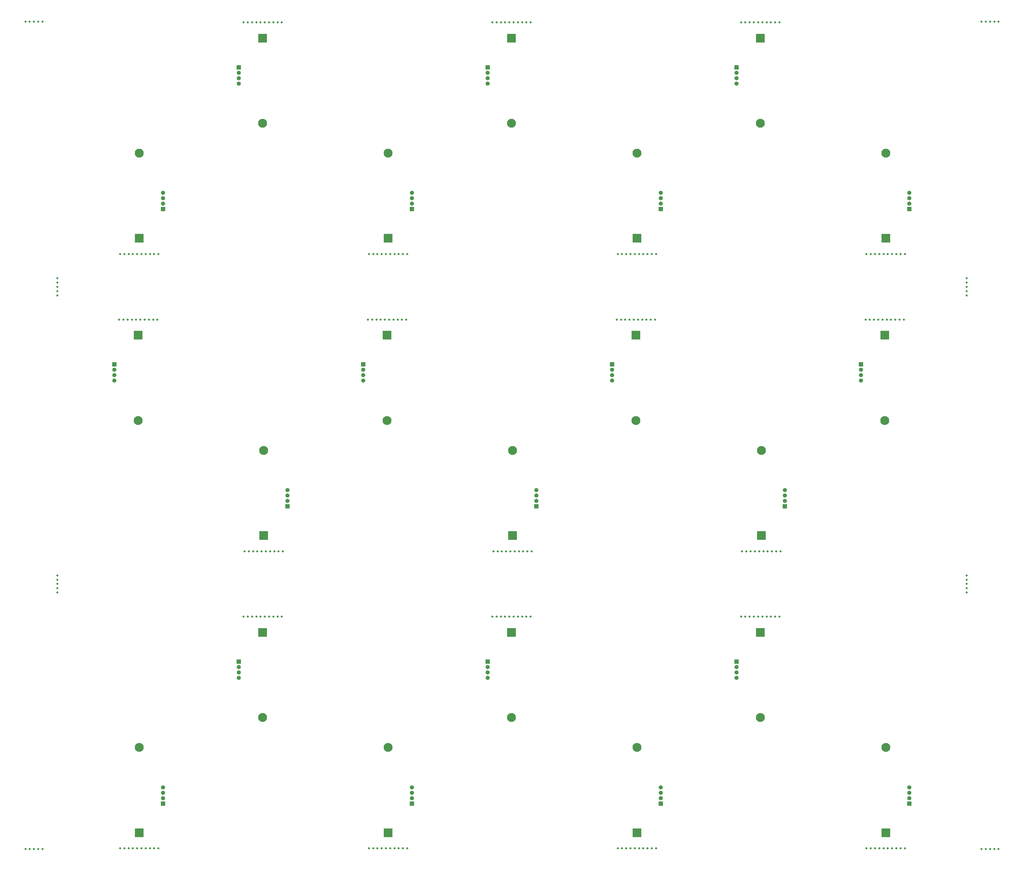
<source format=gbs>
G04 #@! TF.GenerationSoftware,KiCad,Pcbnew,6.0.5-a6ca702e91~116~ubuntu20.04.1*
G04 #@! TF.CreationDate,2022-10-27T20:54:25+02:00*
G04 #@! TF.ProjectId,panel,70616e65-6c2e-46b6-9963-61645f706362,rev?*
G04 #@! TF.SameCoordinates,Original*
G04 #@! TF.FileFunction,Soldermask,Bot*
G04 #@! TF.FilePolarity,Negative*
%FSLAX46Y46*%
G04 Gerber Fmt 4.6, Leading zero omitted, Abs format (unit mm)*
G04 Created by KiCad (PCBNEW 6.0.5-a6ca702e91~116~ubuntu20.04.1) date 2022-10-27 20:54:25*
%MOMM*%
%LPD*%
G01*
G04 APERTURE LIST*
%ADD10C,0.500000*%
%ADD11R,1.000000X1.000000*%
%ADD12O,1.000000X1.000000*%
%ADD13R,2.100000X2.100000*%
%ADD14C,2.100000*%
G04 APERTURE END LIST*
D10*
X133086600Y-162826400D03*
X128086600Y-23200000D03*
X156526200Y-77613200D03*
X46481800Y-93013200D03*
X158526200Y-77613200D03*
X127086600Y-23200000D03*
X220691400Y-93013200D03*
X217929400Y-217239600D03*
D11*
X76996400Y-136882200D03*
D12*
X76996400Y-135612200D03*
X76996400Y-134342200D03*
X76996400Y-133072200D03*
D10*
X23000000Y-155126400D03*
X98123000Y-217239600D03*
X41719800Y-77613200D03*
X213691400Y-93013200D03*
X103885000Y-93013200D03*
X37719800Y-77613200D03*
X67683400Y-162826400D03*
X154526200Y-217239600D03*
X23000000Y-156126400D03*
X239911200Y-217439600D03*
X102885000Y-93013200D03*
X131086600Y-162826400D03*
X192727800Y-147426400D03*
X74683400Y-162826400D03*
D11*
X164601200Y-206695400D03*
D12*
X164601200Y-205425400D03*
X164601200Y-204155400D03*
X164601200Y-202885400D03*
D10*
X155288200Y-93013200D03*
X67683400Y-23200000D03*
D11*
X65608400Y-33744200D03*
D12*
X65608400Y-35014200D03*
X65608400Y-36284200D03*
X65608400Y-37554200D03*
D10*
X236411200Y-154126400D03*
X129086600Y-23200000D03*
X241911200Y-217439600D03*
X44481800Y-93013200D03*
X72683400Y-162826400D03*
X236411200Y-83313200D03*
X70921400Y-147426400D03*
X186489800Y-23200000D03*
X38719800Y-217239600D03*
X42719800Y-77613200D03*
X105123000Y-77613200D03*
X102123000Y-77613200D03*
X68921400Y-147426400D03*
X132086600Y-162826400D03*
X241911200Y-23000000D03*
X69921400Y-147426400D03*
X189727800Y-147426400D03*
X73683400Y-162826400D03*
X216691400Y-93013200D03*
X18500000Y-23000000D03*
X212929400Y-77613200D03*
X191727800Y-147426400D03*
D11*
X193802800Y-136882200D03*
D12*
X193802800Y-135612200D03*
X193802800Y-134342200D03*
X193802800Y-133072200D03*
D10*
X99885000Y-93013200D03*
X236411200Y-85313200D03*
X67921400Y-147426400D03*
D11*
X65608400Y-173370600D03*
D12*
X65608400Y-174640600D03*
X65608400Y-175910600D03*
X65608400Y-177180600D03*
D10*
X156526200Y-217239600D03*
X131324600Y-147426400D03*
X154288200Y-93013200D03*
X23000000Y-85313200D03*
X183489800Y-23200000D03*
X158526200Y-217239600D03*
X217691400Y-93013200D03*
X15500000Y-23000000D03*
X184727800Y-147426400D03*
X16500000Y-23000000D03*
X126086600Y-23200000D03*
X219929400Y-217239600D03*
X190489800Y-162826400D03*
X44719800Y-217239600D03*
X74683400Y-23200000D03*
X218929400Y-77613200D03*
X156288200Y-93013200D03*
X220929400Y-217239600D03*
X157526200Y-217239600D03*
X187489800Y-162826400D03*
D11*
X153213200Y-103557400D03*
D12*
X153213200Y-104827400D03*
X153213200Y-106097400D03*
X153213200Y-107367400D03*
D10*
X104123000Y-77613200D03*
X161288200Y-93013200D03*
X134086600Y-23200000D03*
X214929400Y-217239600D03*
X242911200Y-217439600D03*
X104885000Y-93013200D03*
X219691400Y-93013200D03*
X187727800Y-147426400D03*
X66683400Y-23200000D03*
X101123000Y-217239600D03*
X236411200Y-156126400D03*
X96123000Y-77613200D03*
X127086600Y-162826400D03*
X160526200Y-217239600D03*
D11*
X47794800Y-67069000D03*
D12*
X47794800Y-65799000D03*
X47794800Y-64529000D03*
X47794800Y-63259000D03*
D10*
X163526200Y-77613200D03*
X184489800Y-162826400D03*
X75683400Y-23200000D03*
X157288200Y-93013200D03*
X39481800Y-93013200D03*
X19500000Y-217439600D03*
X162526200Y-77613200D03*
X190489800Y-23200000D03*
X187489800Y-23200000D03*
X23000000Y-154126400D03*
X128324600Y-147426400D03*
X126086600Y-162826400D03*
X189489800Y-23200000D03*
X186727800Y-147426400D03*
X218691400Y-93013200D03*
X66921400Y-147426400D03*
X39719800Y-217239600D03*
X185727800Y-147426400D03*
X100123000Y-217239600D03*
X186489800Y-162826400D03*
X73683400Y-23200000D03*
X154526200Y-77613200D03*
X236411200Y-157126400D03*
X40719800Y-217239600D03*
X23000000Y-157126400D03*
X41719800Y-217239600D03*
X74921400Y-147426400D03*
X17500000Y-217439600D03*
X104123000Y-217239600D03*
X157526200Y-77613200D03*
X40481800Y-93013200D03*
X159288200Y-93013200D03*
X243911200Y-217439600D03*
X161526200Y-77613200D03*
X46719800Y-217239600D03*
X159526200Y-217239600D03*
X19500000Y-23000000D03*
X39719800Y-77613200D03*
D11*
X106198000Y-67069000D03*
D12*
X106198000Y-65799000D03*
X106198000Y-64529000D03*
X106198000Y-63259000D03*
D10*
X125324600Y-147426400D03*
X159526200Y-77613200D03*
X215691400Y-93013200D03*
X105123000Y-217239600D03*
D11*
X223004400Y-206695400D03*
D12*
X223004400Y-205425400D03*
X223004400Y-204155400D03*
X223004400Y-202885400D03*
D10*
X96123000Y-217239600D03*
X38481800Y-93013200D03*
X99123000Y-217239600D03*
X23000000Y-153126400D03*
X43481800Y-93013200D03*
X100885000Y-93013200D03*
D11*
X211616400Y-103557400D03*
D12*
X211616400Y-104827400D03*
X211616400Y-106097400D03*
X211616400Y-107367400D03*
D10*
X130086600Y-23200000D03*
X69683400Y-162826400D03*
X42481800Y-93013200D03*
X97885000Y-93013200D03*
X45719800Y-217239600D03*
X23000000Y-86313200D03*
X155526200Y-77613200D03*
X75921400Y-147426400D03*
X71683400Y-23200000D03*
X98123000Y-77613200D03*
D11*
X124011600Y-173370600D03*
D12*
X124011600Y-174640600D03*
X124011600Y-175910600D03*
X124011600Y-177180600D03*
D10*
X101123000Y-77613200D03*
X69683400Y-23200000D03*
X162526200Y-217239600D03*
X191489800Y-23200000D03*
X23000000Y-83313200D03*
X161526200Y-217239600D03*
X133086600Y-23200000D03*
X219929400Y-77613200D03*
X68683400Y-162826400D03*
X38719800Y-77613200D03*
X216929400Y-217239600D03*
X190727800Y-147426400D03*
X217929400Y-77613200D03*
X43719800Y-77613200D03*
X184489800Y-23200000D03*
X130324600Y-147426400D03*
X23000000Y-84313200D03*
X128086600Y-162826400D03*
X103123000Y-77613200D03*
X98885000Y-93013200D03*
X75683400Y-162826400D03*
X126324600Y-147426400D03*
X101885000Y-93013200D03*
X102123000Y-217239600D03*
D11*
X135399600Y-136882200D03*
D12*
X135399600Y-135612200D03*
X135399600Y-134342200D03*
X135399600Y-133072200D03*
D10*
X42719800Y-217239600D03*
X103123000Y-217239600D03*
X192489800Y-23200000D03*
X236411200Y-87313200D03*
X162288200Y-93013200D03*
X213929400Y-217239600D03*
X160288200Y-93013200D03*
X95885000Y-93013200D03*
X96885000Y-93013200D03*
D11*
X36406800Y-103557400D03*
D12*
X36406800Y-104827400D03*
X36406800Y-106097400D03*
X36406800Y-107367400D03*
D10*
X213929400Y-77613200D03*
X236411200Y-155126400D03*
X132086600Y-23200000D03*
X214929400Y-77613200D03*
X188489800Y-23200000D03*
X212929400Y-217239600D03*
X37481800Y-93013200D03*
X240911200Y-23000000D03*
X163288200Y-93013200D03*
X192489800Y-162826400D03*
X132324600Y-147426400D03*
X71921400Y-147426400D03*
X215929400Y-77613200D03*
X100123000Y-77613200D03*
X221929400Y-217239600D03*
X97123000Y-217239600D03*
X221691400Y-93013200D03*
X236411200Y-153126400D03*
X160526200Y-77613200D03*
X41481800Y-93013200D03*
X163526200Y-217239600D03*
D11*
X124011600Y-33744200D03*
D12*
X124011600Y-35014200D03*
X124011600Y-36284200D03*
X124011600Y-37554200D03*
D10*
X130086600Y-162826400D03*
X220929400Y-77613200D03*
X125086600Y-162826400D03*
X71683400Y-162826400D03*
X183489800Y-162826400D03*
X125086600Y-23200000D03*
X17500000Y-23000000D03*
X212691400Y-93013200D03*
X214691400Y-93013200D03*
X158288200Y-93013200D03*
D11*
X182414800Y-33744200D03*
D12*
X182414800Y-35014200D03*
X182414800Y-36284200D03*
X182414800Y-37554200D03*
D10*
X66683400Y-162826400D03*
X216929400Y-77613200D03*
D11*
X94810000Y-103557400D03*
D12*
X94810000Y-104827400D03*
X94810000Y-106097400D03*
X94810000Y-107367400D03*
D10*
X243911200Y-23000000D03*
D11*
X164601200Y-67069000D03*
D12*
X164601200Y-65799000D03*
X164601200Y-64529000D03*
X164601200Y-63259000D03*
D10*
X43719800Y-217239600D03*
D11*
X182414800Y-173370600D03*
D12*
X182414800Y-174640600D03*
X182414800Y-175910600D03*
X182414800Y-177180600D03*
D10*
X15500000Y-217439600D03*
D11*
X47794800Y-206695400D03*
D12*
X47794800Y-205425400D03*
X47794800Y-204155400D03*
X47794800Y-202885400D03*
D11*
X106198000Y-206695400D03*
D12*
X106198000Y-205425400D03*
X106198000Y-204155400D03*
X106198000Y-202885400D03*
D10*
X127324600Y-147426400D03*
X183727800Y-147426400D03*
X72921400Y-147426400D03*
X70683400Y-23200000D03*
X215929400Y-217239600D03*
X236411200Y-84313200D03*
X45481800Y-93013200D03*
X188727800Y-147426400D03*
X18500000Y-217439600D03*
X72683400Y-23200000D03*
X134086600Y-162826400D03*
X185489800Y-162826400D03*
X133324600Y-147426400D03*
X23000000Y-87313200D03*
X73921400Y-147426400D03*
X185489800Y-23200000D03*
X40719800Y-77613200D03*
X239911200Y-23000000D03*
X131086600Y-23200000D03*
X236411200Y-86313200D03*
X134324600Y-147426400D03*
X242911200Y-23000000D03*
X188489800Y-162826400D03*
X129086600Y-162826400D03*
D11*
X223004400Y-67069000D03*
D12*
X223004400Y-65799000D03*
X223004400Y-64529000D03*
X223004400Y-63259000D03*
D10*
X99123000Y-77613200D03*
X191489800Y-162826400D03*
X70683400Y-162826400D03*
X155526200Y-217239600D03*
X189489800Y-162826400D03*
X240911200Y-217439600D03*
X221929400Y-77613200D03*
X68683400Y-23200000D03*
X218929400Y-217239600D03*
X46719800Y-77613200D03*
X129324600Y-147426400D03*
X37719800Y-217239600D03*
X45719800Y-77613200D03*
X16500000Y-217439600D03*
X44719800Y-77613200D03*
X97123000Y-77613200D03*
D13*
X41970800Y-96696400D03*
D14*
X41970800Y-116696400D03*
D13*
X187978800Y-26883200D03*
D14*
X187978800Y-46883200D03*
D13*
X188238800Y-143743200D03*
D14*
X188238800Y-123743200D03*
D13*
X187978800Y-166509600D03*
D14*
X187978800Y-186509600D03*
D13*
X159037200Y-213556400D03*
D14*
X159037200Y-193556400D03*
D13*
X158777200Y-96696400D03*
D14*
X158777200Y-116696400D03*
D13*
X217440400Y-73930000D03*
D14*
X217440400Y-53930000D03*
D13*
X71172400Y-166509600D03*
D14*
X71172400Y-186509600D03*
D13*
X129835600Y-143743200D03*
D14*
X129835600Y-123743200D03*
D13*
X42230800Y-213556400D03*
D14*
X42230800Y-193556400D03*
D13*
X129575600Y-26883200D03*
D14*
X129575600Y-46883200D03*
D13*
X42230800Y-73930000D03*
D14*
X42230800Y-53930000D03*
D13*
X100374000Y-96696400D03*
D14*
X100374000Y-116696400D03*
D13*
X100634000Y-73930000D03*
D14*
X100634000Y-53930000D03*
D13*
X100634000Y-213556400D03*
D14*
X100634000Y-193556400D03*
D13*
X159037200Y-73930000D03*
D14*
X159037200Y-53930000D03*
D13*
X71432400Y-143743200D03*
D14*
X71432400Y-123743200D03*
D13*
X71172400Y-26883200D03*
D14*
X71172400Y-46883200D03*
D13*
X217440400Y-213556400D03*
D14*
X217440400Y-193556400D03*
D13*
X217180400Y-96696400D03*
D14*
X217180400Y-116696400D03*
D13*
X129575600Y-166509600D03*
D14*
X129575600Y-186509600D03*
M02*

</source>
